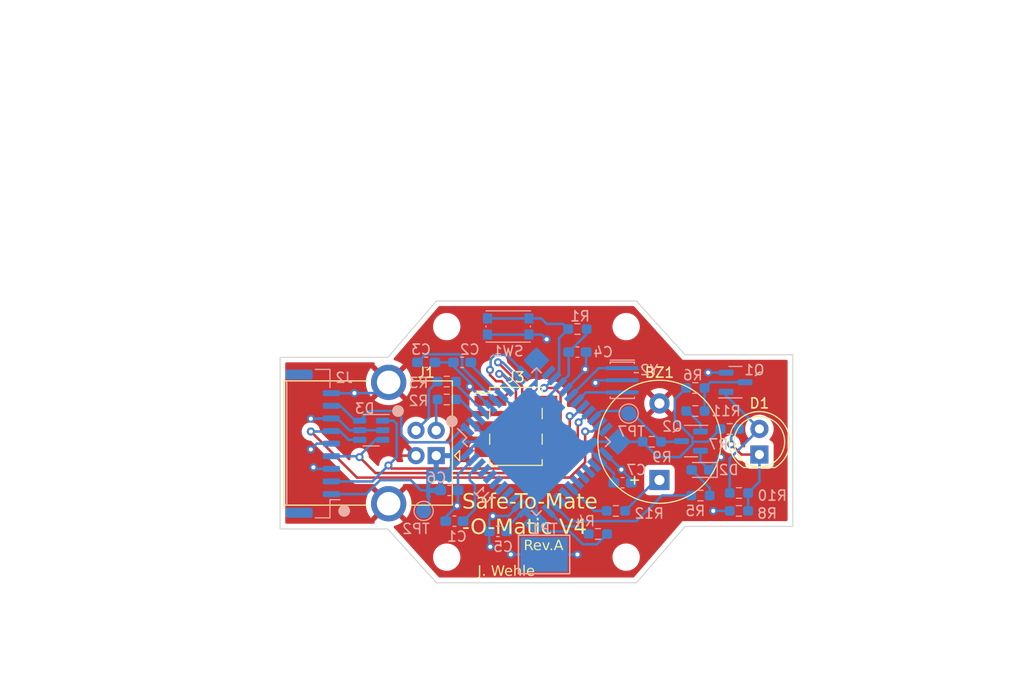
<source format=kicad_pcb>
(kicad_pcb (version 20221018) (generator pcbnew)
  (layers (0 "F.Cu" signal) (31 "B.Cu" signal) (34 "B.Paste" user) (35 "F.Paste" user) (36 "B.SilkS" user "B.Silkscreen") (37 "F.SilkS" user "F.Silkscreen") (38 "B.Mask" user) (39 "F.Mask" user) (44 "Edge.Cuts" user))
  (net 0 "")
  (net 1 "Net-(BZ1--)")
  (net 2 "Net-(U1-PB5)")
  (net 3 "Net-(U1-AREF)")
  (net 4 "GND")
  (net 5 "+5V")
  (net 6 "Net-(U1-UCAP)")
  (net 7 "Net-(U1-XTAL1)")
  (net 8 "Net-(U1-XTAL2)")
  (net 9 "Net-(D1-A)")
  (net 10 "Net-(D2-A)")
  (net 11 "/INT0")
  (net 12 "/INT1")
  (net 13 "/INT3")
  (net 14 "/INT6")
  (net 15 "Net-(J1-D-)")
  (net 16 "Net-(J1-D+)")
  (net 17 "/RX")
  (net 18 "Net-(U1-D-)")
  (net 19 "Net-(U1-D+)")
  (net 20 "Net-(U1-~{HWB}{slash}PE2)")
  (net 21 "Net-(U1-PC7)")
  (net 23 "Net-(D1-K)")
  (net 24 "Net-(Q1-C)")
  (net 25 "Net-(Q2-B)")
  (net 40 "MISO")
  (net 41 "SCK")
  (net 42 "MOSI")
  (net 43 "RESET")
  (footprint "MountingHole:MountingHole_2.2mm_M2" (layer "F.Cu") (at 159.512 94.755)
    (fp_text reference "H4" hide)
    (fp_text value "M2")
    (pad "" np_thru_hole circle (at 0 0) (size 2.2 2.2) (drill 2.2) (layers "*.Cu" "*.Mask"))
  )
  (footprint "LED_THT:LED_D5.0mm_IRGrey" (layer "F.Cu") (at 172.72 84.582 90)
    (fp_text reference "D1" (at 5.08 0 180) (layer "F.SilkS"))
    (fp_text value "SFH203FA")
    (pad "1" thru_hole rect (at 0 0 90) (size 1.8 1.8) (drill 0.9) (layers "*.Cu" "*.Mask") (net 23 "Net-(D1-K)"))
    (pad "2" thru_hole circle (at 2.54 0 90) (size 1.8 1.8) (drill 0.9) (layers "*.Cu" "*.Mask") (net 9 "Net-(D1-A)"))
  )
  (footprint "MountingHole:MountingHole_2.2mm_M2" (layer "F.Cu") (at 159.512 71.895)
    (fp_text reference "H3" hide)
    (fp_text value "M2")
    (pad "" np_thru_hole circle (at 0 0) (size 2.2 2.2) (drill 2.2) (layers "*.Cu" "*.Mask"))
  )
  (footprint "Buzzer_Beeper:Buzzer_12x9.5RM7.6" (layer "F.Cu") (at 162.814 87.112 90)
    (fp_text reference "BZ1" (at 10.658 0 180) (layer "F.SilkS"))
    (fp_text value "WST-1210T")
    (fp_text user "+" (at -0.01 -2.54 90) (layer "F.SilkS"))
    (pad "1" thru_hole rect (at 0 0 90) (size 2 2) (drill 1) (layers "*.Cu" "*.Mask") (net 1 "Net-(BZ1--)"))
    (pad "2" thru_hole circle (at 7.6 0 90) (size 2 2) (drill 1) (layers "*.Cu" "*.Mask") (net 4 "GND"))
  )
  (footprint "Connector_PinHeader_2.54mm:PinHeader_2x03_P2.54mm_Vertical_SMD" (layer "F.Cu") (at 148.59 81.788)
    (fp_text reference "J3" (at 0 -4.87) (layer "F.SilkS"))
    (fp_text value "ICSP Programming Header")
    (pad "1" smd rect (at -2.525 -2.54) (size 3.15 1) (layers "F.Cu" "F.Paste" "F.Mask") (net 40 "MISO"))
    (pad "2" smd rect (at 2.525 -2.54) (size 3.15 1) (layers "F.Cu" "F.Paste" "F.Mask") (net 5 "+5V"))
    (pad "3" smd rect (at -2.525 0) (size 3.15 1) (layers "F.Cu" "F.Paste" "F.Mask") (net 41 "SCK"))
    (pad "4" smd rect (at 2.525 0) (size 3.15 1) (layers "F.Cu" "F.Paste" "F.Mask") (net 42 "MOSI"))
    (pad "5" smd rect (at -2.525 2.54) (size 3.15 1) (layers "F.Cu" "F.Paste" "F.Mask") (net 43 "RESET"))
    (pad "6" smd rect (at 2.525 2.54) (size 3.15 1) (layers "F.Cu" "F.Paste" "F.Mask") (net 4 "GND"))
  )
  (footprint "MountingHole:MountingHole_2.2mm_M2" (layer "F.Cu") (at 141.732 71.895)
    (fp_text reference "H2" hide)
    (fp_text value "M2")
    (pad "" np_thru_hole circle (at 0 0) (size 2.2 2.2) (drill 2.2) (layers "*.Cu" "*.Mask"))
  )
  (footprint "Connector_USB:USB_B_OST_USB-B1HSxx_Horizontal" (layer "F.Cu") (at 140.6895 84.689 180)
    (fp_text reference "J1" (at 0.9895 8.235) (layer "F.SilkS"))
    (fp_text value "USB_B")
    (pad "1" thru_hole rect (at 0 0 180) (size 1.7 1.7) (drill 0.92) (layers "*.Cu" "*.Mask") (net 5 "+5V"))
    (pad "2" thru_hole circle (at 0 2.5 180) (size 1.7 1.7) (drill 0.92) (layers "*.Cu" "*.Mask") (net 15 "Net-(J1-D-)"))
    (pad "3" thru_hole circle (at 2 2.5 180) (size 1.7 1.7) (drill 0.92) (layers "*.Cu" "*.Mask") (net 16 "Net-(J1-D+)"))
    (pad "4" thru_hole circle (at 2 0 180) (size 1.7 1.7) (drill 0.92) (layers "*.Cu" "*.Mask") (net 4 "GND"))
    (pad "5" thru_hole circle (at 4.71 -4.77 180) (size 3.5 3.5) (drill 2.33) (layers "*.Cu" "*.Mask") (net 4 "GND"))
    (pad "5" thru_hole circle (at 4.71 7.27 180) (size 3.5 3.5) (drill 2.33) (layers "*.Cu" "*.Mask") (net 4 "GND"))
  )
  (footprint "MountingHole:MountingHole_2.2mm_M2" (layer "F.Cu") (at 141.732 94.755)
    (fp_text reference "H1" hide)
    (fp_text value "M2")
    (pad "" np_thru_hole circle (at 0 0) (size 2.2 2.2) (drill 2.2) (layers "*.Cu" "*.Mask"))
  )
  (footprint "Crystal:Resonator_SMD_Murata_CSTxExxV-3Pin_3.0x1.1mm_HandSoldering" (layer "B.Cu") (at 159.131 77.216 -90)
    (fp_text reference "Y2" (at -1.016 -2.667 -180) (layer "B.SilkS") (effects (justify mirror)))
    (fp_text value "CSTNE16M0V530000R0")
    (pad "1" smd rect (at -1.2 0 270) (size 0.4 3.2) (layers "B.Cu" "B.Paste" "B.Mask") (net 8 "Net-(U1-XTAL2)"))
    (pad "2" smd rect (at 0 0 270) (size 0.4 3.2) (layers "B.Cu" "B.Paste" "B.Mask") (net 4 "GND"))
    (pad "3" smd rect (at 1.2 0 270) (size 0.4 3.2) (layers "B.Cu" "B.Paste" "B.Mask") (net 7 "Net-(U1-XTAL1)"))
  )
  (footprint "Resistor_SMD:R_0603_1608Metric_Pad0.98x0.95mm_HandSolder" (layer "B.Cu") (at 169.7755 82.042)
    (fp_text reference "R7" (at -1.1195 1.524) (layer "B.SilkS") (effects (justify mirror)))
    (fp_text value "10K")
    (pad "1" smd roundrect (at -0.9125 0) (size 0.975 0.95) (layers "B.Cu" "B.Paste" "B.Mask") (net 5 "+5V"))
    (pad "2" smd roundrect (at 0.9125 0) (size 0.975 0.95) (layers "B.Cu" "B.Paste" "B.Mask") (net 23 "Net-(D1-K)"))
  )
  (footprint "Capacitor_SMD:C_0603_1608Metric_Pad1.08x0.95mm_HandSolder" (layer "B.Cu") (at 154.686 74.422)
    (fp_text reference "C4" (at 2.54 0) (layer "B.SilkS") (effects (justify mirror)))
    (fp_text value "1uF")
    (pad "1" smd roundrect (at -0.8625 0) (size 1.075 0.95) (layers "B.Cu" "B.Paste" "B.Mask") (net 5 "+5V"))
    (pad "2" smd roundrect (at 0.8625 0) (size 1.075 0.95) (layers "B.Cu" "B.Paste" "B.Mask") (net 4 "GND"))
  )
  (footprint "Connector_JST:JST_GH_SM09B-GHS-TB_1x09-1MP_P1.25mm_Horizontal" (layer "B.Cu") (at 128.452 83.499 90)
    (fp_text reference "J2" (at 6.537 3.12 180) (layer "B.SilkS") (effects (justify mirror)))
    (fp_text value "SM09B-GHS-TB")
    (pad "1" smd roundrect (at -5 1.85 90) (size 0.6 1.7) (layers "B.Cu" "B.Paste" "B.Mask") (net 5 "+5V"))
    (pad "2" smd roundrect (at -3.75 1.85 90) (size 0.6 1.7) (layers "B.Cu" "B.Paste" "B.Mask") (net 11 "/INT0"))
    (pad "3" smd roundrect (at -2.5 1.85 90) (size 0.6 1.7) (layers "B.Cu" "B.Paste" "B.Mask") (net 4 "GND"))
    (pad "4" smd roundrect (at -1.25 1.85 90) (size 0.6 1.7) (layers "B.Cu" "B.Paste" "B.Mask") (net 12 "/INT1"))
    (pad "5" smd roundrect (at 0 1.85 90) (size 0.6 1.7) (layers "B.Cu" "B.Paste" "B.Mask") (net 4 "GND"))
    (pad "6" smd roundrect (at 1.25 1.85 90) (size 0.6 1.7) (layers "B.Cu" "B.Paste" "B.Mask") (net 13 "/INT3"))
    (pad "7" smd roundrect (at 2.5 1.85 90) (size 0.6 1.7) (layers "B.Cu" "B.Paste" "B.Mask") (net 4 "GND"))
    (pad "8" smd roundrect (at 3.75 1.85 90) (size 0.6 1.7) (layers "B.Cu" "B.Paste" "B.Mask") (net 14 "/INT6"))
    (pad "9" smd roundrect (at 5 1.85 90) (size 0.6 1.7) (layers "B.Cu" "B.Paste" "B.Mask") (net 4 "GND"))
    (pad "MP" smd roundrect (at -6.85 -1.35 90) (size 1 2.7) (layers "B.Cu" "B.Paste" "B.Mask"))
    (pad "MP" smd roundrect (at 6.85 -1.35 90) (size 1 2.7) (layers "B.Cu" "B.Paste" "B.Mask"))
  )
  (footprint "Package_TO_SOT_SMD:SOT-23" (layer "B.Cu") (at 165.9405 83.246 180)
    (fp_text reference "Q2" (at 1.8565 1.458) (layer "B.SilkS") (effects (justify mirror)))
    (fp_text value "MMBT3904")
    (pad "1" smd roundrect (at -0.9375 0.95 180) (size 1.475 0.6) (layers "B.Cu" "B.Paste" "B.Mask") (net 25 "Net-(Q2-B)"))
    (pad "2" smd roundrect (at -0.9375 -0.95 180) (size 1.475 0.6) (layers "B.Cu" "B.Paste" "B.Mask") (net 4 "GND"))
    (pad "3" smd roundrect (at 0.9375 0 180) (size 1.475 0.6) (layers "B.Cu" "B.Paste" "B.Mask") (net 17 "/RX"))
  )
  (footprint "Resistor_SMD:R_0603_1608Metric_Pad0.98x0.95mm_HandSolder" (layer "B.Cu") (at 156.718 92.456 180)
    (fp_text reference "R4" (at 1.27 1.27) (layer "B.SilkS") (effects (justify mirror)))
    (fp_text value "1K")
    (pad "1" smd roundrect (at -0.9125 0 180) (size 0.975 0.95) (layers "B.Cu" "B.Paste" "B.Mask") (net 5 "+5V"))
    (pad "2" smd roundrect (at 0.9125 0 180) (size 0.975 0.95) (layers "B.Cu" "B.Paste" "B.Mask") (net 20 "Net-(U1-~{HWB}{slash}PE2)"))
  )
  (footprint "Resistor_SMD:R_0603_1608Metric_Pad0.98x0.95mm_HandSolder" (layer "B.Cu") (at 141.732 77.343)
    (fp_text reference "R3" (at -2.794 0.127) (layer "B.SilkS") (effects (justify mirror)))
    (fp_text value "22")
    (pad "1" smd roundrect (at -0.9125 0) (size 0.975 0.95) (layers "B.Cu" "B.Paste" "B.Mask") (net 16 "Net-(J1-D+)"))
    (pad "2" smd roundrect (at 0.9125 0) (size 0.975 0.95) (layers "B.Cu" "B.Paste" "B.Mask") (net 19 "Net-(U1-D+)"))
  )
  (footprint "Capacitor_SMD:C_0603_1608Metric_Pad1.08x0.95mm_HandSolder" (layer "B.Cu") (at 159.1575 87.376)
    (fp_text reference "C7" (at 1.3705 -1.27) (layer "B.SilkS") (effects (justify mirror)))
    (fp_text value "1uF")
    (pad "1" smd roundrect (at -0.8625 0) (size 1.075 0.95) (layers "B.Cu" "B.Paste" "B.Mask") (net 5 "+5V"))
    (pad "2" smd roundrect (at 0.8625 0) (size 1.075 0.95) (layers "B.Cu" "B.Paste" "B.Mask") (net 4 "GND"))
  )
  (footprint "Resistor_SMD:R_0603_1608Metric_Pad0.98x0.95mm_HandSolder" (layer "B.Cu") (at 166.37 80.264)
    (fp_text reference "R11" (at 3.048 0) (layer "B.SilkS") (effects (justify mirror)))
    (fp_text value "10K")
    (pad "1" smd roundrect (at -0.9125 0) (size 0.975 0.95) (layers "B.Cu" "B.Paste" "B.Mask") (net 25 "Net-(Q2-B)"))
    (pad "2" smd roundrect (at 0.9125 0) (size 0.975 0.95) (layers "B.Cu" "B.Paste" "B.Mask") (net 24 "Net-(Q1-C)"))
  )
  (footprint "Resistor_SMD:R_0603_1608Metric_Pad0.98x0.95mm_HandSolder" (layer "B.Cu") (at 170.688 88.392 180)
    (fp_text reference "R10" (at -3.302 -0.254) (layer "B.SilkS") (effects (justify mirror)))
    (fp_text value "10K")
    (pad "1" smd roundrect (at -0.9125 0 180) (size 0.975 0.95) (layers "B.Cu" "B.Paste" "B.Mask") (net 23 "Net-(D1-K)"))
    (pad "2" smd roundrect (at 0.9125 0 180) (size 0.975 0.95) (layers "B.Cu" "B.Paste" "B.Mask") (net 9 "Net-(D1-A)"))
  )
  (footprint "Resistor_SMD:R_0603_1608Metric_Pad0.98x0.95mm_HandSolder" (layer "B.Cu") (at 166.37 77.978)
    (fp_text reference "R6" (at -0.254 -1.27) (layer "B.SilkS") (effects (justify mirror)))
    (fp_text value "1K")
    (pad "1" smd roundrect (at -0.9125 0) (size 0.975 0.95) (layers "B.Cu" "B.Paste" "B.Mask") (net 5 "+5V"))
    (pad "2" smd roundrect (at 0.9125 0) (size 0.975 0.95) (layers "B.Cu" "B.Paste" "B.Mask") (net 24 "Net-(Q1-C)"))
  )
  (footprint "Jarrett_Footprint_Library:TestPoint_Keystone_5016_Compact" (layer "B.Cu") (at 151.384 94.488 180)
    (fp_text reference "TP1" (at 0 2.54) (layer "B.SilkS") (effects (justify mirror)))
    (fp_text value "5016")
    (pad "1" smd rect (at 0 0 180) (size 4.699 3.429) (layers "B.Cu" "B.Paste" "B.Mask") (net 4 "GND"))
  )
  (footprint "Resistor_SMD:R_0603_1608Metric_Pad0.98x0.95mm_HandSolder" (layer "B.Cu") (at 154.686 72.136 180)
    (fp_text reference "R1" (at -0.254 1.27) (layer "B.SilkS") (effects (justify mirror)))
    (fp_text value "1K")
    (pad "1" smd roundrect (at -0.9125 0 180) (size 0.975 0.95) (layers "B.Cu" "B.Paste" "B.Mask") (net 5 "+5V"))
    (pad "2" smd roundrect (at 0.9125 0 180) (size 0.975 0.95) (layers "B.Cu" "B.Paste" "B.Mask") (net 43 "RESET"))
  )
  (footprint "Capacitor_SMD:C_0603_1608Metric_Pad1.08x0.95mm_HandSolder" (layer "B.Cu") (at 142.494 91.186 180)
    (fp_text reference "C1" (at -0.254 -1.524) (layer "B.SilkS") (effects (justify mirror)))
    (fp_text value "1uF")
    (pad "1" smd roundrect (at -0.8625 0 180) (size 1.075 0.95) (layers "B.Cu" "B.Paste" "B.Mask") (net 3 "Net-(U1-AREF)"))
    (pad "2" smd roundrect (at 0.8625 0 180) (size 1.075 0.95) (layers "B.Cu" "B.Paste" "B.Mask") (net 4 "GND"))
  )
  (footprint "Package_QFP:TQFP-44_10x10mm_P0.8mm" (layer "B.Cu") (at 150.622 83.312 -45)
    (fp_text reference "U1" (at 0 7.45 135) (layer "B.SilkS") (effects (justify mirror)))
    (fp_text value "ATmega32U4-A")
    (pad "1" smd rect (at -5.7 4 315) (size 1.5 0.55) (layers "B.Cu" "B.Paste" "B.Mask") (net 14 "/INT6"))
    (pad "2" smd rect (at -5.7 3.2 315) (size 1.5 0.55) (layers "B.Cu" "B.Paste" "B.Mask") (net 5 "+5V"))
    (pad "3" smd rect (at -5.7 2.4 315) (size 1.5 0.55) (layers "B.Cu" "B.Paste" "B.Mask") (net 18 "Net-(U1-D-)"))
    (pad "4" smd rect (at -5.7 1.6 315) (size 1.5 0.55) (layers "B.Cu" "B.Paste" "B.Mask") (net 19 "Net-(U1-D+)"))
    (pad "5" smd rect (at -5.7 0.8 315) (size 1.5 0.55) (layers "B.Cu" "B.Paste" "B.Mask") (net 4 "GND"))
    (pad "6" smd rect (at -5.7 0 315) (size 1.5 0.55) (layers "B.Cu" "B.Paste" "B.Mask") (net 6 "Net-(U1-UCAP)"))
    (pad "7" smd rect (at -5.7 -0.8 315) (size 1.5 0.55) (layers "B.Cu" "B.Paste" "B.Mask") (net 5 "+5V"))
    (pad "8" smd rect (at -5.7 -1.6 315) (size 1.5 0.55) (layers "B.Cu" "B.Paste" "B.Mask"))
    (pad "9" smd rect (at -5.7 -2.4 315) (size 1.5 0.55) (layers "B.Cu" "B.Paste" "B.Mask") (net 41 "SCK"))
    (pad "10" smd rect (at -5.7 -3.2 315) (size 1.5 0.55) (layers "B.Cu" "B.Paste" "B.Mask") (net 42 "MOSI"))
    (pad "11" smd rect (at -5.7 -4 315) (size 1.5 0.55) (layers "B.Cu" "B.Paste" "B.Mask") (net 40 "MISO"))
    (pad "12" smd rect (at -4 -5.7 225) (size 1.5 0.55) (layers "B.Cu" "B.Paste" "B.Mask"))
    (pad "13" smd rect (at -3.2 -5.7 225) (size 1.5 0.55) (layers "B.Cu" "B.Paste" "B.Mask") (net 43 "RESET"))
    (pad "14" smd rect (at -2.4 -5.7 225) (size 1.5 0.55) (layers "B.Cu" "B.Paste" "B.Mask") (net 5 "+5V"))
    (pad "15" smd rect (at -1.6 -5.7 225) (size 1.5 0.55) (layers "B.Cu" "B.Paste" "B.Mask") (net 4 "GND"))
    (pad "16" smd rect (at -0.8 -5.7 225) (size 1.5 0.55) (layers "B.Cu" "B.Paste" "B.Mask") (net 8 "Net-(U1-XTAL2)"))
    (pad "17" smd rect (at 0 -5.7 225) (size 1.5 0.55) (layers "B.Cu" "B.Paste" "B.Mask") (net 7 "Net-(U1-XTAL1)"))
    (pad "18" smd rect (at 0.8 -5.7 225) (size 1.5 0.55) (layers "B.Cu" "B.Paste" "B.Mask") (net 11 "/INT0"))
    (pad "19" smd rect (at 1.6 -5.7 225) (size 1.5 0.55) (layers "B.Cu" "B.Paste" "B.Mask") (net 12 "/INT1"))
    (pad "20" smd rect (at 2.4 -5.7 225) (size 1.5 0.55) (layers "B.Cu" "B.Paste" "B.Mask") (net 17 "/RX"))
    (pad "21" smd rect (at 3.2 -5.7 225) (size 1.5 0.55) (layers "B.Cu" "B.Paste" "B.Mask") (net 13 "/INT3"))
    (pad "22" smd rect (at 4 -5.7 225) (size 1.5 0.55) (layers "B.Cu" "B.Paste" "B.Mask"))
    (pad "23" smd rect (at 5.7 -4 315) (size 1.5 0.55) (layers "B.Cu" "B.Paste" "B.Mask") (net 4 "GND"))
    (pad "24" smd rect (at 5.7 -3.2 315) (size 1.5 0.55) (layers "B.Cu" "B.Paste" "B.Mask") (net 5 "+5V"))
    (pad "25" smd rect (at 5.7 -2.4 315) (size 1.5 0.55) (layers "B.Cu" "B.Paste" "B.Mask"))
    (pad "26" smd rect (at 5.7 -1.6 315) (size 1.5 0.55) (layers "B.Cu" "B.Paste" "B.Mask"))
    (pad "27" smd rect (at 5.7 -0.8 315) (size 1.5 0.55) (layers "B.Cu" "B.Paste" "B.Mask"))
    (pad "28" smd rect (at 5.7 0 315) (size 1.5 0.55) (layers "B.Cu" "B.Paste" "B.Mask"))
    (pad "29" smd rect (at 5.7 0.8 315) (size 1.5 0.55) (layers "B.Cu" "B.Paste" "B.Mask") (net 2 "Net-(U1-PB5)"))
    (pad "30" smd rect (at 5.7 1.6 315) (size 1.5 0.55) (layers "B.Cu" "B.Paste" "B.Mask"))
    (pad "31" smd rect (at 5.7 2.4 315) (size 1.5 0.55) (layers "B.Cu" "B.Paste" "B.Mask"))
    (pad "32" smd rect (at 5.7 3.2 315) (size 1.5 0.55) (layers "B.Cu" "B.Paste" "B.Mask") (net 21 "Net-(U1-PC7)"))
    (pad "33" smd rect (at 5.7 4 315) (size 1.5 0.55) (layers "B.Cu" "B.Paste" "B.Mask") (net 20 "Net-(U1-~{HWB}{slash}PE2)"))
    (pad "34" smd rect (at 4 5.7 225) (size 1.5 0.55) (layers "B.Cu" "B.Paste" "B.Mask") (net 5 "+5V"))
    (pad "35" smd rect (at 3.2 5.7 225) (size 1.5 0.55) (layers "B.Cu" "B.Paste" "B.Mask") (net 4 "GND"))
    (pad "36" smd rect (at 2.4 5.7 225) (size 1.5 0.55) (layers "B.Cu" "B.Paste" "B.Mask"))
    (pad "37" smd rect (at 1.6 5.7 225) (size 1.5 0.55) (layers "B.Cu" "B.Paste" "B.Mask"))
    (pad "38" smd rect (at 0.8 5.7 225) (size 1.5 0.55) (layers "B.Cu" "B.Paste" "B.Mask"))
    (pad "39" smd rect (at 0 5.7 225) (size 1.5 0.55) (layers "B.Cu" "B.Paste" "B.Mask"))
    (pad "40" smd rect (at -0.8 5.7 225) (size 1.5 0.55) (layers "B.Cu" "B.Paste" "B.Mask"))
    (pad "41" smd rect (at -1.6 5.7 225) (size 1.5 0.55) (layers "B.Cu" "B.Paste" "B.Mask"))
    (pad "42" smd rect (at -2.4 5.7 225) (size 1.5 0.55) (layers "B.Cu" "B.Paste" "B.Mask") (net 3 "Net-(U1-AREF)"))
    (pad "43" smd rect (at -3.2 5.7 225) (size 1.5 0.55) (layers "B.Cu" "B.Paste" "B.Mask") (net 4 "GND"))
    (pad "44" smd rect (at -4 5.7 225) (size 1.5 0.55) (layers "B.Cu" "B.Paste" "B.Mask") (net 5 "+5V"))
  )
  (footprint "Resistor_SMD:R_0603_1608Metric_Pad0.98x0.95mm_HandSolder" (layer "B.Cu") (at 162.052 83.312)
    (fp_text reference "R9" (at 1.016 1.524) (layer "B.SilkS") (effects (justify mirror)))
    (fp_text value "1K")
    (pad "1" smd roundrect (at -0.9125 0) (size 0.975 0.95) (layers "B.Cu" "B.Paste" "B.Mask") (net 5 "+5V"))
    (pad "2" smd roundrect (at 0.9125 0) (size 0.975 0.95) (layers "B.Cu" "B.Paste" "B.Mask") (net 17 "/RX"))
  )
  (footprint "TestPoint:TestPoint_Pad_D1.5mm" (layer "B.Cu") (at 139.446 90.17 180)
    (fp_text reference "TP2" (at 0.762 -1.778) (layer "B.SilkS") (effects (justify mirror)))
    (fp_text value "D1.5mm")
    (pad "1" smd circle (at 0 0 180) (size 1.5 1.5) (layers "B.Cu" "B.Mask") (net 5 "+5V"))
  )
  (footprint "Resistor_SMD:R_0603_1608Metric_Pad0.98x0.95mm_HandSolder" (layer "B.Cu") (at 141.732 79.121)
    (fp_text reference "R2" (at -2.794 0.127) (layer "B.SilkS") (effects (justify mirror)))
    (fp_text value "22")
    (pad "1" smd roundrect (at -0.9125 0) (size 0.975 0.95) (layers "B.Cu" "B.Paste" "B.Mask") (net 15 "Net-(J1-D-)"))
    (pad "2" smd roundrect (at 0.9125 0) (size 0.975 0.95) (layers "B.Cu" "B.Paste" "B.Mask") (net 18 "Net-(U1-D-)"))
  )
  (footprint "LED_SMD:LED_0603_1608Metric_Pad1.05x0.95mm_HandSolder" (layer "B.Cu") (at 166.878 86.106 180)
    (fp_text reference "D2" (at -2.794 0) (layer "B.SilkS") (effects (justify mirror)))
    (fp_text value "GREEN LED")
    (pad "1" smd roundrect (at -0.875 0 180) (size 1.05 0.95) (layers "B.Cu" "B.Paste" "B.Mask") (net 4 "GND"))
    (pad "2" smd roundrect (at 0.875 0 180) (size 1.05 0.95) (layers "B.Cu" "B.Paste" "B.Mask") (net 10 "Net-(D2-A)"))
  )
  (footprint "Capacitor_SMD:C_0603_1608Metric_Pad1.08x0.95mm_HandSolder" (layer "B.Cu") (at 139.7 75.438)
    (fp_text reference "C3" (at -0.508 -1.27) (layer "B.SilkS") (effects (justify mirror)))
    (fp_text value "1uF")
    (pad "1" smd roundrect (at -0.8625 0) (size 1.075 0.95) (layers "B.Cu" "B.Paste" "B.Mask") (net 6 "Net-(U1-UCAP)"))
    (pad "2" smd roundrect (at 0.8625 0) (size 1.075 0.95) (layers "B.Cu" "B.Paste" "B.Mask") (net 4 "GND"))
  )
  (footprint "Capacitor_SMD:C_0603_1608Metric_Pad1.08x0.95mm_HandSolder" (layer "B.Cu") (at 146.812 92.202 180)
    (fp_text reference "C5" (at -0.508 -1.524) (layer "B.SilkS") (effects (justify mirror)))
    (fp_text value "1uF")
    (pad "1" smd roundrect (at -0.8625 0 180) (size 1.075 0.95) (layers "B.Cu" "B.Paste" "B.Mask") (net 5 "+5V"))
    (pad "2" smd roundrect (at 0.8625 0 180) (size 1.075 0.95) (layers "B.Cu" "B.Paste" "B.Mask") (net 4 "GND"))
  )
  (footprint "Package_TO_SOT_SMD:SOT-23-6" (layer "B.Cu") (at 134.2445 82.169 180)
    (fp_text reference "D3" (at 0.6405 2.159) (layer "B.SilkS") (effects (justify mirror)))
    (fp_text value "ESDA6V1BC6")
    (pad "1" smd roundrect (at -1.1375 0.95 180) (size 1.325 0.6) (layers "B.Cu" "B.Paste" "B.Mask") (net 11 "/INT0"))
    (pad "2" smd roundrect (at -1.1375 0 180) (size 1.325 0.6) (layers "B.Cu" "B.Paste" "B.Mask") (net 4 "GND"))
    (pad "3" smd roundrect (at -1.1375 -0.95 180) (size 1.325 0.6) (layers "B.Cu" "B.Paste" "B.Mask") (net 12 "/INT1"))
    (pad "4" smd roundrect (at 1.1375 -0.95 180) (size 1.325 0.6) (layers "B.Cu" "B.Paste" "B.Mask") (net 13 "/INT3"))
    (pad "5" smd roundrect (at 1.1375 0 180) (size 1.325 0.6) (layers "B.Cu" "B.Paste" "B.Mask") (net 4 "GND"))
    (pad "6" smd roundrect (at 1.1375 0.95 180) (size 1.325 0.6) (layers "B.Cu" "B.Paste" "B.Mask") (net 14 "/INT6"))
  )
  (footprint "TestPoint:TestPoint_Pad_D1.5mm" (layer "B.Cu") (at 159.766 80.518 180)
    (fp_text reference "TP7" (at -0.254 -1.778) (layer "B.SilkS") (effects (justify mirror)))
    (fp_text value "D1.5mm")
    (pad "1" smd circle (at 0 0 180) (size 1.5 1.5) (layers "B.Cu" "B.Mask") (net 17 "/RX"))
  )
  (footprint "Resistor_SMD:R_0603_1608Metric_Pad0.98x0.95mm_HandSolder" (layer "B.Cu") (at 166.878 88.646 180)
    (fp_text reference "R5" (at 0.508 -1.524) (layer "B.SilkS") (effects (justify mirror)))
    (fp_text value "1K")
    (pad "1" smd roundrect (at -0.9125 0 180) (size 0.975 0.95) (layers "B.Cu" "B.Paste" "B.Mask") (net 10 "Net-(D2-A)"))
    (pad "2" smd roundrect (at 0.9125 0 180) (size 0.975 0.95) (layers "B.Cu" "B.Paste" "B.Mask") (net 21 "Net-(U1-PC7)"))
  )
  (footprint "Resistor_SMD:R_0603_1608Metric_Pad0.98x0.95mm_HandSolder" (layer "B.Cu") (at 170.688 90.17 180)
    (fp_text reference "R8" (at -2.794 -0.254) (layer "B.SilkS") (effects (justify mirror)))
    (fp_text value "1K")
    (pad "1" smd roundrect (at -0.9125 0 180) (size 0.975 0.95) (layers "B.Cu" "B.Paste" "B.Mask") (net 23 "Net-(D1-K)"))
    (pad "2" smd roundrect (at 0.9125 0 180) (size 0.975 0.95) (layers "B.Cu" "B.Paste" "B.Mask") (net 4 "GND"))
  )
  (footprint "Resistor_SMD:R_0603_1608Metric_Pad0.98x0.95mm_HandSolder" (layer "B.Cu") (at 158.496 90.17 180)
    (fp_text reference "R12" (at -3.302 -0.254) (layer "B.SilkS") (effects (justify mirror)))
    (fp_text value "1K")
    (pad "1" smd roundrect (at -0.9125 0 180) (size 0.975 0.95) (layers "B.Cu" "B.Paste" "B.Mask") (net 1 "Net-(BZ1--)"))
    (pad "2" smd roundrect (at 0.9125 0 180) (size 0.975 0.95) (layers "B.Cu" "B.Paste" "B.Mask") (net 2 "Net-(U1-PB5)"))
  )
  (footprint "Capacitor_SMD:C_0603_1608Metric_Pad1.08x0.95mm_HandSolder" (layer "B.Cu") (at 143.256 75.438 180)
    (fp_text reference "C2" (at -0.762 1.27) (layer "B.SilkS") (effects (justify mirror)))
    (fp_text value "1uF")
    (pad "1" smd roundrect (at -0.8625 0 180) (size 1.075 0.95) (layers "B.Cu" "B.Paste" "B.Mask") (net 5 "+5V"))
    (pad "2" smd roundrect (at 0.8625 0 180) (size 1.075 0.95) (layers "B.Cu" "B.Paste" "B.Mask") (net 4 "GND"))
  )
  (footprint "Package_TO_SOT_SMD:SOT-23" (layer "B.Cu") (at 170.3555 77.404)
    (fp_text reference "Q1" (at 1.8565 -1.204) (layer "B.SilkS") (effects (justify mirror)))
    (fp_text value "MMBT3904")
    (pad "1" smd roundrect (at -0.9375 0.95) (size 1.475 0.6) (layers "B.Cu" "B.Paste" "B.Mask") (net 9 "Net-(D1-A)"))
    (pad "2" smd roundrect (at -0.9375 -0.95) (size 1.475 0.6) (layers "B.Cu" "B.Paste" "B.Mask") (net 4 "GND"))
    (pad "3" smd roundrect (at 0.9375 0) (size 1.475 0.6) (layers "B.Cu" "B.Paste" "B.Mask") (net 24 "Net-(Q1-C)"))
  )
  (footprint "Capacitor_SMD:C_0603_1608Metric_Pad1.08x0.95mm_HandSolder" (layer "B.Cu") (at 141.986 88.138)
    (fp_text reference "C6" (at -1.27 -1.27) (layer "B.SilkS") (effects (justify mirror)))
    (fp_text value "1uF")
    (pad "1" smd roundrect (at -0.8625 0) (size 1.075 0.95) (layers "B.Cu" "B.Paste" "B.Mask") (net 5 "+5V"))
    (pad "2" smd roundrect (at 0.8625 0) (size 1.075 0.95) (layers "B.Cu" "B.Paste" "B.Mask") (net 4 "GND"))
  )
  (footprint "Button_Switch_SMD:SW_Push_1P1T_NO_CK_KMR2" (layer "B.Cu") (at 147.828 71.882)
    (fp_text reference "SW1" (at 0 2.45) (layer "B.SilkS") (effects (justify mirror)))
    (fp_text value "KMR2")
    (pad "1" smd rect (at -2.05 0.8) (size 0.9 1) (layers "B.Cu" "B.Paste" "B.Mask") (net 4 "GND"))
    (pad "1" smd rect (at 2.05 0.8) (size 0.9 1) (layers "B.Cu" "B.Paste" "B.Mask") (net 4 "GND"))
    (pad "2" smd rect (at -2.05 -0.8) (size 0.9 1) (layers "B.Cu" "B.Paste" "B.Mask") (net 43 "RESET"))
    (pad "2" smd rect (at 2.05 -0.8) (size 0.9 1) (layers "B.Cu" "B.Paste" "B.Mask") (net 43 "RESET"))
  )
  (gr_circle (center 136.906 80.264) (end 137.414 80.264) (stroke (width 0.15)) (fill solid) (layer "B.SilkS"))
  (gr_circle (center 131.572 90.17) (end 132.08 90.17) (stroke (width 0.15)) (fill solid) (layer "B.SilkS"))
  (gr_circle (center 142.24 81.28) (end 142.748 81.28) (stroke (width 0.15)) (fill solid) (layer "B.SilkS"))
  (gr_line (start 176.022 74.689) (end 165.354 74.689) (stroke (width 0.1)) (layer "Edge.Cuts"))
  (gr_line (start 125.222 74.943) (end 125.222 91.961) (stroke (width 0.1)) (layer "Edge.Cuts"))
  (gr_line (start 176.022 91.707) (end 165.354 91.707) (stroke (width 0.1)) (layer "Edge.Cuts"))
  (gr_line (start 160.528 97.295) (end 150.622 97.295) (stroke (width 0.1)) (layer "Edge.Cuts"))
  (gr_line (start 165.354 91.707) (end 160.528 97.295) (stroke (width 0.1)) (layer "Edge.Cuts"))
  (gr_line (start 135.89 74.943) (end 140.716 69.355) (stroke (width 0.1)) (layer "Edge.Cuts"))
  (gr_line (start 165.354 74.689) (end 160.528 69.355) (stroke (width 0.1)) (layer "Edge.Cuts"))
  (gr_line (start 176.022 91.707) (end 176.022 74.689) (stroke (width 0.1)) (layer "Edge.Cuts"))
  (gr_line (start 125.222 91.961) (end 135.89 91.961) (stroke (width 0.1)) (layer "Edge.Cuts"))
  (gr_line (start 140.716 97.295) (end 150.622 97.295) (stroke (width 0.1)) (layer "Edge.Cuts"))
  (gr_line (start 125.222 74.943) (end 135.89 74.943) (stroke (width 0.1)) (layer "Edge.Cuts"))
  (gr_line (start 160.528 69.355) (end 150.622 69.355) (stroke (width 0.1)) (layer "Edge.Cuts"))
  (gr_line (start 140.716 69.355) (end 150.622 69.355) (stroke (width 0.1)) (layer "Edge.Cuts"))
  (gr_line (start 135.89 91.961) (end 140.716 97.295) (stroke (width 0.1)) (layer "Edge.Cuts"))
  (gr_text "Safe-To-Mate\n-O-Matic V4" (at 143.256 92.71) (layer "F.SilkS") (effects (font (size 1.5 1.5) (thickness 0.1875)) (justify left bottom)))
  (gr_text "J. Wehle" (at 144.78 96.774) (layer "F.SilkS") (effects (font (size 1.016 1.016) (thickness 0.1875)) (justify left bottom)))
  (gr_text "Rev.A" (at 149.352 94.234) (layer "F.SilkS") (effects (font (size 1.016 1.016) (thickness 0.1875)) (justify left bottom)))
  (segment (start 162.4665 87.112) (end 162.814 87.112) (width 0.25) (layer "B.Cu") (net 1))
  (segment (start 159.4085 90.17) (end 162.4665 87.112) (width 0.25) (layer "B.Cu") (net 1))
  (segment (start 157.5835 90.17) (end 156.348629 90.17) (width 0.25) (layer "B.Cu") (net 2))
  (segment (start 156.348629 90.17) (end 154.086823 87.908194) (width 0.25) (layer "B.Cu") (net 2))
  (segment (start 157.5035 90.297) (end 157.5035 90.2635) (width 0.25) (layer "B.Cu") (net 2))
  (segment (start 144.526 87.63) (end 144.018 87.122) (width 0.25) (layer "B.Cu") (net 3))
  (segment (start 144.526 90.0165) (end 144.526 87.63) (width 0.25) (layer "B.Cu") (net 3))
  (segment (start 144.018 87.122) (end 144.018 86.521887) (width 0.25) (layer "B.Cu") (net 3))
  (segment (start 144.018 86.521887) (end 144.894435 85.645452) (width 0.25) (layer "B.Cu") (net 3))
  (segment (start 143.3565 91.186) (end 144.526 90.0165) (width 0.25) (layer "B.Cu") (net 3))
  (segment (start 138.6895 84.689) (end 136.9114 84.689) (width 0.25) (layer "F.Cu") (net 4))
  (segment (start 151.115 84.328) (end 151.13 84.328) (width 0.25) (layer "F.Cu") (net 4))
  (segment (start 138.6895 84.689) (end 137.5665 83.566) (width 0.25) (layer "F.Cu") (net 4))
  (via (at 128.27 84.074) (size 0.8) (drill 0.4) (layers "F.Cu" "B.Cu") (net 4))
  (via (at 128.27 81.026) (size 0.8) (drill 0.4) (layers "F.Cu" "B.Cu") (net 4))
  (via (at 154.686 94.488) (size 0.8) (drill 0.4) (layers "F.Cu" "B.Cu") (net 4))
  (via (at 128.524 85.852) (size 0.8) (drill 0.4) (layers "F.Cu" "B.Cu") (net 4))
  (via (at 146.05 93.726) (size 0.8) (drill 0.4) (layers "F.Cu" "B.Cu") (net 4))
  (via (at 155.448 76.122758) (size 0.8) (drill 0.4) (layers "F.Cu" "B.Cu") (net 4))
  (via (at 132.588 78.486) (size 0.8) (drill 0.4) (layers "F.Cu" "B.Cu") (net 4))
  (via (at 148.082 94.488) (size 0.8) (drill 0.4) (layers "F.Cu" "B.Cu") (net 4))
  (via (at 168.148 90.17) (size 0.8) (drill 0.4) (layers "F.Cu" "B.Cu") (net 4))
  (via (at 142.748 89.662) (size 0.8) (drill 0.4) (layers "F.Cu" "B.Cu") (net 4))
  (via (at 144.018 77.839371) (size 0.8) (drill 0.4) (layers "F.Cu" "B.Cu") (net 4))
  (via (at 146.304 90.678) (size 0.8) (drill 0.4) (layers "F.Cu" "B.Cu") (net 4))
  (via (at 151.638 73.152) (size 0.8) (drill 0.4) (layers "F.Cu" "B.Cu") (net 4))
  (via (at 156.464 77.47) (size 0.8) (drill 0.4) (layers "F.Cu" "B.Cu") (net 4))
  (via (at 168.91 84.836) (size 0.8) (drill 0.4) (layers "F.Cu" "B.Cu") (net 4))
  (via (at 167.64 76.454) (size 0.8) (drill 0.4) (layers "F.Cu" "B.Cu") (net 4))
  (via (at 159.038427 86.071573) (size 0.8) (drill 0.4) (layers "F.Cu" "B.Cu") (net 4))
  (segment (start 142.8485 86.560017) (end 144.32875 85.079767) (width 0.25) (layer "B.Cu") (net 4))
  (segment (start 130.302 80.999) (end 128.297 80.999) (width 0.25) (layer "B.Cu") (net 4))
  (segment (start 157.480936 84.514082) (end 157.666082 84.514082) (width 0.25) (layer "B.Cu") (net 4))
  (segment (start 128.27 81.026) (end 130.275 81.026) (width 0.25) (layer "B.Cu") (net 4))
  (segment (start 130.275 81.026) (end 130.302 80.999) (width 0.25) (layer "B.Cu") (net 4))
  (segment (start 132.588 78.486) (end 134.9125 78.486) (width 0.25) (layer "B.Cu") (net 4))
  (segment (start 169.7755 90.17) (end 168.148 90.17) (width 0.25) (layer "B.Cu") (net 4))
  (segment (start 153.521138 78.15012) (end 155.448 76.223258) (width 0.25) (layer "B.Cu") (net 4))
  (segment (start 141.6315 91.186) (end 141.6315 90.7785) (width 0.25) (layer "B.Cu") (net 4))
  (segment (start 160.02 87.376) (end 160.02 87.053146) (width 0.25) (layer "B.Cu") (net 4))
  (segment (start 166.878 84.196) (end 166.878 85.231) (width 0.25) (layer "B.Cu") (net 4))
  (segment (start 149.878 72.682) (end 151.168 72.682) (width 0.25) (layer "B.Cu") (net 4))
  (segment (start 155.5485 76.022258) (end 155.448 76.122758) (width 0.25) (layer "B.Cu") (net 4))
  (segment (start 134.9125 78.486) (end 135.9795 77.419) (width 0.25) (layer "B.Cu") (net 4))
  (segment (start 145.778 72.682) (end 149.878 72.682) (width 0.25) (layer "B.Cu") (net 4))
  (segment (start 140.5625 75.438) (end 142.3935 75.438) (width 0.25) (layer "B.Cu") (net 4))
  (segment (start 142.3935 75.809005) (end 144.018 77.433505) (width 0.25) (layer "B.Cu") (net 4))
  (segment (start 142.8485 88.138) (end 142.8485 86.560017) (width 0.25) (layer "B.Cu") (net 4))
  (segment (start 142.3935 75.438) (end 142.3935 75.809005) (width 0.25) (layer "B.Cu") (net 4))
  (segment (start 130.302 78.499) (end 132.575 78.499) (width 0.25) (layer "B.Cu") (net 4))
  (segment (start 155.5485 74.422) (end 155.5485 76.022258) (width 0.25) (layer "B.Cu") (net 4))
  (segment (start 130.302 85.999) (end 128.671 85.999) (width 0.25) (layer "B.Cu") (net 4))
  (segment (start 160.02 87.053146) (end 159.038427 86.071573) (width 0.25) (layer "B.Cu") (net 4))
  (segment (start 155.448 76.223258) (end 155.448 76.122758) (width 0.25) (layer "B.Cu") (net 4))
  (segment (start 147.828 90.678) (end 146.304 90.678) (width 0.25) (layer "B.Cu") (net 4))
  (segment (start 145.9495 92.202) (end 145.9495 93.6255) (width 0.25) (layer "B.Cu") (net 4))
  (segment (start 156.718 77.216) (end 156.464 77.47) (width 0.25) (layer "B.Cu") (net 4))
  (segment (start 159.038427 86.071573) (end 157.480936 84.514082) (width 0.25) (layer "B.Cu") (net 4))
  (segment (start 145.9495 91.0325) (end 146.304 90.678) (width 0.25) (layer "B.Cu") (net 4))
  (segment (start 166.878 85.231) (end 167.753 86.106) (width 0.25) (layer "B.Cu") (net 4))
  (segment (start 146.025806 79.847177) (end 144.018 77.839371) (width 0.25) (layer "B.Cu") (net 4))
  (segment (start 132.575 78.499) (end 132.588 78.486) (width 0.25) (layer "B.Cu") (net 4))
  (segment (start 159.131 77.216) (end 160.518 77.216) (width 0.25) (layer "B.Cu") (net 4))
  (segment (start 135.382 82.169) (end 132.072749 82.169) (width 0.25) (layer "B.Cu") (net 4))
  (segment (start 128.845 83.499) (end 128.27 84.074) (width 0.25) (layer "B.Cu") (net 4))
  (segment (start 148.854233 89.651767) (end 147.828 90.678) (width 0.25) (layer "B.Cu") (net 4))
  (segment (start 167.753 85.993) (end 168.91 84.836) (width 0.25) (layer "B.Cu") (net 4))
  (segment (start 169.418 76.454) (end 167.64 76.454) (width 0.25) (layer "B.Cu") (net 4))
  (segment (start 151.168 72.682) (end 151.638 73.152) (width 0.25) (layer "B.Cu") (net 4))
  (segment (start 132.072749 82.169) (end 130.902749 80.999) (width 0.25) (layer "B.Cu") (net 4))
  (segment (start 159.131 77.216) (end 156.718 77.216) (width 0.25) (layer "B.Cu") (net 4))
  (segment (start 144.018 77.433505) (end 144.018 77.839371) (width 0.25) (layer "B.Cu") (net 4))
  (segment (start 128.297 80.999) (end 128.27 81.026) (width 0.25) (layer "B.Cu") (net 4))
  (segment (start 145.9495 92.202) (end 145.9495 91.0325) (width 0.25) (layer "B.Cu") (net 4))
  (segment (start 151.384 94.488) (end 154.686 94.488) (width 0.25) (layer "B.Cu") (net 4))
  (segment (start 142.8485 88.138) (end 142.8485 89.5615) (width 0.25) (layer "B.Cu") (net 4))
  (segment (start 130.902749 80.999) (end 130.302 80.999) (width 0.25) (layer "B.Cu") (net 4))
  (segment (start 151.384 94.488) (end 148.082 94.488) (width 0.25) (layer "B.Cu") (net 4))
  (segment (start 142.8485 89.5615) (end 142.748 89.662) (width 0.25) (layer "B.Cu") (net 4))
  (segment (start 145.9495 93.6255) (end 146.05 93.726) (width 0.25) (layer "B.Cu") (net 4))
  (segment (start 141.6315 90.7785) (end 142.748 89.662) (width 0.25) (layer "B.Cu") (net 4))
  (segment (start 148.854233 89.60525) (end 148.854233 89.651767) (width 0.25) (layer "B.Cu") (net 4))
  (segment (start 130.302 83.499) (end 128.845 83.499) (width 0.25) (layer "B.Cu") (net 4))
  (segment (start 167.753 86.106) (end 167.753 85.993) (width 0.25) (layer "B.Cu") (net 4))
  (segment (start 128.671 85.999) (end 128.524 85.852) (width 0.25) (layer "B.Cu") (net 4))
  (segment (start 150.368 78.501) (end 150.368 77.978) (width 0.25) (layer "F.Cu") (net 5))
  (segment (start 151.115 79.248) (end 150.368 78.501) (width 0.25) (layer "F.Cu") (net 5))
  (via (at 150.368 77.978) (size 0.8) (drill 0.4) (layers "F.Cu" "B.Cu") (net 5))
  (segment (start 150.622 77.724) (end 150.368 77.978) (width 0.25) (layer "B.Cu") (net 5))
  (segment (start 150.368 74.93) (end 150.622 75.184) (width 0.25) (layer "B.Cu") (net 5))
  (segment (start 139.954 89.662) (end 139.954 88.138) (width 0.25) (layer "B.Cu") (net 5))
  (segment (start 130.302 88.499) (end 133.752396 88.499) (width 0.25) (layer "B.Cu") (net 5))
  (segment (start 145.288 82.503483) (end 145.288 83.312) (width 0.25) (layer "B.Cu") (net 5))
  (segment (start 139.446 90.17) (end 139.954 89.662) (width 0.25) (layer "B.Cu") (net 5))
  (segment (start 166.093749 82.927498) (end 164.338 81.171749) (width 0.25) (layer "B.Cu") (net 5))
  (segment (start 164.822251 84.836) (end 166.093749 83.564502) (width 0.25) (layer "B.Cu") (net 5))
  (segment (start 133.752396 88.499) (end 135.129396 87.122) (width 0.25) (layer "B.Cu") (net 5))
  (segment (start 138.176 87.122) (end 139.192 88.138) (width 0.25) (layer "B.Cu") (net 5))
  (segment (start 156.91525 85.079767) (end 155.655483 83.82) (width 0.25) (layer "B.Cu") (net 5))
  (segment (start 150.622 90.17) (end 150.622 88.9) (width 0.25) (layer "B.Cu") (net 5))
  (segment (start 150.622 75.184) (end 150.622 77.724) (width 0.25) (layer "B.Cu") (net 5))
  (segment (start 135.129396 87.122) (end 138.176 87.122) (width 0.25) (layer "B.Cu") (net 5))
  (segment (start 152.955452 77.584435) (end 153.8235 76.716387) (width 0.25) (layer "B.Cu") (net 5))
  (segment (start 145.288 83.312) (end 143.002 83.312) (width 0.25) (layer "B.Cu") (net 5))
  (segment (start 161.1395 83.312) (end 156.464 83.312) (width 0.25) (layer "B.Cu") (net 5))
  (segment (start 155.5985 72.136) (end 155.5985 72.647) (width 0.25) (layer "B.Cu") (net 5))
  (segment (start 151.638 92.202) (end 150.876 91.44) (width 0.25) (layer "B.Cu") (net 5))
  (segment (start 155.655483 83.82) (end 154.94 83.82) (width 0.25) (layer "B.Cu") (net 5))
  (segment (start 149.351064 90.170936) (end 147.6745 91.8475) (width 0.25) (layer "B.Cu") (net 5))
  (segment (start 164.338 79.0975) (end 164.338 81.026) (width 0.25) (layer "B.Cu") (net 5))
  (segment (start 156.6145 93.472) (end 155.194 93.472) (width 0.25) (layer "B.Cu") (net 5))
  (segment (start 147.6745 91.8475) (end 147.6745 92.202) (width 0.25) (layer "B.Cu") (net 5))
  (segment (start 144.32875 81.544233) (end 145.288 82.503483) (width 0.25) (layer "B.Cu") (net 5))
  (segment (start 165.4575 77.978) (end 164.338 79.0975) (width 0.25) (layer "B.Cu") (net 5))
  (segment (start 153.924 92.202) (end 152.146 92.202) (width 0.25) (layer "B.Cu") (net 5))
  (segment (start 149.419918 90.170936) (end 150.621064 90.170936) (width 0.25) (layer "B.Cu") (net 5))
  (segment (start 147.157177 78.715806) (end 144.1185 75.677129) (width 0.25) (layer "B.Cu") (net 5))
  (segment (start 152.955452 77.584435) (end 152.955452 77.676548) (width 0.25) (layer "B.Cu") (net 5))
  (segment (start 168.863 82.042) (end 167.593 83.312) (width 0.25) (layer "B.Cu") (net 5))
  (segment (start 139.954 88.138) (end 141.1235 88.138) (width 0.25) (layer "B.Cu") (net 5))
  (segment (start 144.1185 75.677129) (end 144.1185 75.438) (width 0.25) (layer "B.Cu") (net 5))
  (segment (start 152.955452 77.676548) (end 151.638 78.994) (width 0.25) (layer "B.Cu") (net 5))
  (segment (start 155.5985 72.647) (end 153.8235 74.422) (width 0.25) (layer "B.Cu") (net 5))
  (segment (start 147.157177 78.715806) (end 148.451371 80.01) (width 0.25) (layer "B.Cu") (net 5))
  (segment (start 158.295 86.459517) (end 158.295 87.376) (width 0.25) (layer "B.Cu") (net 5))
  (segment (start 157.6305 92.456) (end 156.6145 93.472) (width 0.25) (layer "B.Cu") (net 5))
  (segment (start 161.1395 83.312) (end 162.6635 84.836) (width 0.25) (layer "B.Cu") (net 5))
  (segment (start 139.192 88.138) (end 139.954 88.138) (width 0.25) (layer "B.Cu") (net 5))
  (segment (start 154.432 92.71) (end 153.924 92.202) (width 0.25) (layer "B.Cu") (net 5))
  (segment (start 150.621064 90.170936) (end 150.622 90.17) (width 0.25) (layer "B.Cu") (net 5))
  (segment (start 153.8235 76.716387) (end 153.8235 74.422) (width 0.25) (layer "B.Cu") (net 5))
  (segment (start 166.093749 83.312) (end 166.093749 82.927498) (width 0.25) (layer "B.Cu") (net 5))
  (segment (start 155.194 93.472) (end 154.432 92.71) (width 0.25) (layer "B.Cu") (net 5))
  (segment (start 148.451371 80.01) (end 148.844 80.01) (width 0.25) (layer "B.Cu") (net 5))
  (segment (start 162.6635 84.836) (end 164.822251 84.836) (width 0.25) (layer "B.Cu") (net 5))
  (segment (start 149.419918 90.170936) (end 149.351064 90.170936) (width 0.25) (layer "B.Cu") (net 5))
  (segment (start 164.338 81.171749) (end 164.338 81.026) (width 0.25) (layer "B.Cu") (net 5))
  (segment (start 152.146 92.202) (end 151.638 92.202) (width 0.25) (layer "B.Cu") (net 5))
  (segment (start 166.093749 83.564502) (end 166.093749 83.312) (width 0.25) (layer "B.Cu") (net 5))
  (segment (start 167.593 83.312) (end 166.093749 83.312) (width 0.25) (layer "B.Cu") (net 5))
  (segment (start 156.91525 85.079767) (end 158.295 86.459517) (width 0.25) (layer "B.Cu") (net 5))
  (segment (start 143.256 75.946) (end 143.256 74.93) (width 0.25) (layer "B.Cu") (net 6))
  (segment (start 139.6375 74.638) (end 138.8375 75.438) (width 0.25) (layer "B.Cu") (net 6))
  (segment (start 143.256 74.93) (end 142.964 74.638) (width 0.25) (layer "B.Cu") (net 6))
  (segment (start 146.591491 79.281491) (end 143.256 75.946) (width 0.25) (layer "B.Cu") (net 6))
  (segment (start 142.964 74.638) (end 139.6375 74.638) (width 0.25) (layer "B.Cu") (net 6))
  (segment (start 159.131 78.416) (end 155.518 78.416) (width 0.25) (layer "B.Cu") (net 7))
  (segment (start 155.518 78.416) (end 154.652509 79.281491) (width 0.25) (layer "B.Cu") (net 7))
  (segment (start 154.086823 78.715806) (end 156.786629 76.016) (width 0.25) (layer "B.Cu") (net 8))
  (segment (start 156.786629 76.016) (end 159.131 76.016) (width 0.25) (layer "B.Cu") (net 8))
  (segment (start 169.418 78.354) (end 169.418 78.74) (width 0.25) (layer "B.Cu") (net 9))
  (segment (start 169.7755 88.392) (end 169.7755 84.9865) (width 0.25) (layer "B.Cu") (net 9))
  (segment (start 169.7755 84.9865) (end 172.72 82.042) (width 0.25) (layer "B.Cu") (net 9))
  (segment (start 169.418 78.74) (end 172.72 82.042) (width 0.25) (layer "B.Cu") (net 9))
  (segment (start 167.7905 88.646) (end 167.7905 87.8935) (width 0.25) (layer "B.Cu") (net 10))
  (segment (start 167.7905 87.8935) (end 166.003 86.106) (width 0.25) (layer "B.Cu") (net 10))
  (segment (start 153.924 85.344) (end 153.3 85.968) (width 0.25) (layer "F.Cu") (net 11))
  (segment (start 153.924 80.772) (end 153.924 85.344) (width 0.25) (layer "F.Cu") (net 11))
  (segment (start 136.26 85.968) (end 135.9535 85.6615) (width 0.25) (layer "F.Cu") (net 11))
  (segment (start 153.3 85.968) (end 136.26 85.968) (width 0.25) (layer "F.Cu") (net 11))
  (via (at 135.9535 85.6615) (size 0.8) (drill 0.4) (layers "F.Cu" "B.Cu") (net 11))
  (via (at 153.924 80.772) (size 0.8) (drill 0.4) (layers "F.Cu" "B.Cu") (net 11))
  (segment (start 136.464 81.219) (end 136.779 81.534) (width 0.25) (layer "B.Cu") (net 11))
  (segment (start 135.9535 85.6615) (end 134.366 87.249) (width 0.25) (layer "B.Cu") (net 11))
  (segment (start 154.293371 80.772) (end 155.218194 79.847177) (width 0.25) (layer "B.Cu") (net 11))
  (segment (start 134.366 87.249) (end 130.302 87.249) (width 0.25) (layer "B.Cu") (net 11))
  (segment (start 136.779 81.534) (end 136.779 84.836) (width 0.25) (layer "B.Cu") (net 11))
  (segment (start 135.382 81.219) (end 136.464 81.219) (width 0.25) (layer "B.Cu") (net 11))
  (segment (start 153.924 80.772) (end 154.293371 80.772) (width 0.25) (layer "B.Cu") (net 11))
  (segment (start 136.779 84.836) (end 135.9535 85.6615) (width 0.25) (layer "B.Cu") (net 11))
  (segment (start 154.801371 81.395371) (end 154.723 81.473742) (width 0.25) (layer "F.Cu") (net 12))
  (segment (start 153.486396 86.418) (end 134.678 86.418) (width 0.25) (layer "F.Cu") (net 12))
  (segment (start 154.723 81.473742) (end 154.723 85.181396) (width 0.25) (layer "F.Cu") (net 12))
  (segment (start 154.723 85.181396) (end 153.486396 86.418) (width 0.25) (layer "F.Cu") (net 12))
  (segment (start 134.678 86.418) (end 133.096 84.836) (width 0.25) (layer "F.Cu") (net 12))
  (via (at 154.801371 81.395371) (size 0.8) (drill 0.4) (layers "F.Cu" "B.Cu") (net 12))
  (via (at 133.096 84.836) (size 0.8) (drill 0.4) (layers "F.Cu" "B.Cu") (net 12))
  (segment (start 133.056 84.749) (end 134.686 83.119) (width 0.25) (layer "B.Cu") (net 12))
  (segment (start 134.686 83.119) (end 135.382 83.119) (width 0.25) (layer "B.Cu") (net 12))
  (segment (start 154.801371 81.395371) (end 155.78388 80.412862) (width 0.25) (layer "B.Cu") (net 12))
  (segment (start 130.302 84.749) (end 133.056 84.749) (width 0.25) (layer "B.Cu") (net 12))
  (segment (start 155.448 82.296) (end 155.448 85.344) (width 0.25) (layer "F.Cu") (net 13))
  (segment (start 153.924 86.868) (end 132.842 86.868) (width 0.25) (layer "F.Cu") (net 13))
  (segment (start 132.842 86.868) (end 128.27 82.296) (width 0.25) (layer "F.Cu") (net 13))
  (segment (start 155.448 85.344) (end 153.924 86.868) (width 0.25) (layer "F.Cu") (net 13))
  (via (at 128.27 82.296) (size 0.8) (drill 0.4) (layers "F.Cu" "B.Cu") (net 13))
  (via (at 155.448 82.296) (size 0.8) (drill 0.4) (layers "F.Cu" "B.Cu") (net 13))
  (segment (start 155.448 82.296) (end 156.163483 82.296) (width 0.25) (layer "B.Cu") (net 13))
  (segment (start 130.255 82.296) (end 130.302 82.249) (width 0.25) (layer "B.Cu") (net 13))
  (segment (start 133.107 83.119) (end 132.014 83.119) (width 0.25) (layer "B.Cu") (net 13))
  (segment (start 132.014 83.119) (end 131.144 82.249) (width 0.25) (layer "B.Cu") (net 13))
  (segment (start 156.163483 82.296) (end 156.91525 81.544233) (width 0.25) (layer "B.Cu") (net 13))
  (segment (start 131.144 82.249) (end 130.302 82.249) (width 0.25) (layer "B.Cu") (net 13))
  (segment (start 128.27 82.296) (end 130.255 82.296) (width 0.25) (layer "B.Cu") (net 13))
  (segment (start 133.107 81.219) (end 134.062 80.264) (width 0.25) (layer "B.Cu") (net 14))
  (segment (start 141.934 83.364) (end 143.188082 82.109918) (width 0.25) (layer "B.Cu") (net 14))
  (segment (start 136.652 80.264) (end 137.229 80.841) (width 0.25) (layer "B.Cu") (net 14))
  (segment (start 137.229 82.619) (end 137.974 83.364) (width 0.25) (layer "B.Cu") (net 14))
  (segment (start 133.107 81.219) (end 132.654 81.219) (width 0.25) (layer "B.Cu") (net 14))
  (segment (start 137.229 80.841) (end 137.229 82.619) (width 0.25) (layer "B.Cu") (net 14))
  (segment (start 134.062 80.264) (end 136.652 80.264) (width 0.25) (layer "B.Cu") (net 14))
  (segment (start 132.654 81.219) (end 131.184 79.749) (width 0.25) (layer "B.Cu") (net 14))
  (segment (start 137.974 83.364) (end 141.934 83.364) (width 0.25) (layer "B.Cu") (net 14))
  (segment (start 143.188082 82.109918) (end 143.763064 82.109918) (width 0.25) (layer "B.Cu") (net 14))
  (segment (start 131.184 79.749) (end 130.302 79.749) (width 0.25) (layer "B.Cu") (net 14))
  (segment (start 140.6895 82.189) (end 140.6895 79.251) (width 0.25) (layer "B.Cu") (net 15))
  (segment (start 140.6895 79.251) (end 140.8195 79.121) (width 0.25) (layer "B.Cu") (net 15))
  (segment (start 138.6895 82.189) (end 139.954 80.9245) (width 0.25) (layer "B.Cu") (net 16))
  (segment (start 139.954 80.9245) (end 139.954 78.2085) (width 0.25) (layer "B.Cu") (net 16))
  (segment (start 139.954 78.2085) (end 140.8195 77.343) (width 0.25) (layer "B.Cu") (net 16))
  (segment (start 162.9645 83.312) (end 159.9165 80.264) (width 0.25) (layer "B.Cu") (net 17))
  (segment (start 157.064113 80.264) (end 156.349565 80.978548) (width 0.25) (layer "B.Cu") (net 17))
  (segment (start 162.9645 83.312) (end 164.937 83.312) (width 0.25) (layer "B.Cu") (net 17))
  (segment (start 164.937 83.312) (end 165.003 83.246) (width 0.25) (layer "B.Cu") (net 17))
  (segment (start 159.9165 80.264) (end 157.064113 80.264) (width 0.25) (layer "B.Cu") (net 17))
  (segment (start 143.036887 79.121) (end 144.894435 80.978548) (width 0.25) (layer "B.Cu") (net 18))
  (segment (start 142.6445 79.121) (end 143.036887 79.121) (width 0.25) (layer "B.Cu") (net 18))
  (segment (start 145.46012 80.412862) (end 142.6445 77.597242) (width 0.25) (layer "B.Cu") (net 19))
  (segment (start 142.6445 77.597242) (end 142.6445 77.343) (width 0.25) (layer "B.Cu") (net 19))
  (segment (start 151.824082 90.170936) (end 153.347146 91.694) (width 0.25) (layer "B.Cu") (net 20))
  (segment (start 155.448 92.456) (end 155.8055 92.456) (width 0.25) (layer "B.Cu") (net 20))
  (segment (start 153.347146 91.694) (end 154.686 91.694) (width 0.25) (layer "B.Cu") (net 20))
  (segment (start 154.686 91.694) (end 155.448 92.456) (width 0.25) (layer "B.Cu") (net 20))
  (segment (start 163.068 88.646) (end 160.528 91.186) (width 0.25) (layer "B.Cu") (net 21))
  (segment (start 165.9655 88.646) (end 163.068 88.646) (width 0.25) (layer "B.Cu") (net 21))
  (segment (start 160.528 91.186) (end 153.970517 91.186) (width 0.25) (layer "B.Cu") (net 21))
  (segment (start 153.970517 91.186) (end 152.389767 89.60525) (width 0.25) (layer "B.Cu") (net 21))
  (segment (start 170.942 84.582) (end 169.926 83.566) (width 0.25) (layer "F.Cu") (net 23))
  (segment (start 172.72 84.582) (end 170.942 84.582) (width 0.25) (layer "F.Cu") (net 23))
  (via (at 169.926 83.566) (size 0.8) (drill 0.4) (layers "F.Cu" "B.Cu") (net 23))
  (segment (start 169.926 83.566) (end 169.926 82.804) (width 0.25) (layer "B.Cu") (net 23))
  (segment (start 171.6005 88.392) (end 172.72 87.2725) (width 0.25) (layer "B.Cu") (net 23))
  (segment (start 171.6005 90.17) (end 171.6005 88.392) (width 0.25) (layer "B.Cu") (net 23))
  (segment (start 172.72 87.2725) (end 172.72 84.582) (width 0.25) (layer "B.Cu") (net 23))
  (segment (start 169.926 82.804) (end 170.688 82.042) (width 0.25) (layer "B.Cu") (net 23))
  (segment (start 167.2825 80.264) (end 167.2825 77.978) (width 0.25) (layer "B.Cu") (net 24))
  (segment (start 167.2825 77.978) (end 167.8565 77.404) (width 0.25) (layer "B.Cu") (net 24))
  (segment (start 167.8565 77.404) (end 171.293 77.404) (width 0.25) (layer "B.Cu") (net 24))
  (segment (start 165.608 80.264) (end 165.4575 80.264) (width 0.25) (layer "B.Cu") (net 25))
  (segment (start 166.878 82.296) (end 166.878 81.534) (width 0.25) (layer "B.Cu") (net 25))
  (segment (start 166.878 81.534) (end 165.608 80.264) (width 0.25) (layer "B.Cu") (net 25))
  (segment (start 147.066 79.248) (end 146.065 79.248) (width 0.25) (layer "F.Cu") (net 40))
  (segment (start 147.828 78.486) (end 147.066 79.248) (width 0.25) (layer "F.Cu") (net 40))
  (segment (start 147.828 77.978) (end 147.828 78.486) (width 0.25) (layer "F.Cu") (net 40))
  (segment (start 146.018332 76.694235) (end 146.634396 77.310299) (width 0.25) (layer "F.Cu") (net 40))
  (segment (start 146.018332 76.186208) (end 146.018332 76.694235) (width 0.25) (layer "F.Cu") (net 40))
  (segment (start 146.634396 77.310299) (end 147.160299 77.310299) (width 0.25) (layer "F.Cu") (net 40))
  (segment (start 147.160299 77.310299) (end 147.828 77.978) (width 0.25) (layer "F.Cu") (net 40))
  (via (at 146.018332 76.186208) (size 0.8) (drill 0.4) (layers "F.Cu" "B.Cu") (net 40))
  (segment (start 147.679854 74.713) (end 149.419918 76.453064) (width 0.25) (layer "B.Cu") (net 40))
  (segment (start 146.018332 76.186208) (end 146.087 76.254876) (width 0.25) (layer "B.Cu") (net 40))
  (segment (start 146.087 75.137695) (end 146.511695 74.713) (width 0.25) (layer "B.Cu") (net 40))
  (segment (start 146.511695 74.713) (end 147.679854 74.713) (width 0.25) (layer "B.Cu") (net 40))
  (segment (start 146.087 76.254876) (end 146.087 75.137695) (width 0.25) (layer "B.Cu") (net 40))
  (segment (start 148.59 77.978) (end 148.59 80.518) (width 0.25) (layer "F.Cu") (net 41))
  (segment (start 147.197299 76.585299) (end 148.59 77.978) (width 0.25) (layer "F.Cu") (net 41))
  (segment (start 148.59 80.518) (end 147.32 81.788) (width 0.25) (layer "F.Cu") (net 41))
  (segment (start 147.32 81.788) (end 146.065 81.788) (width 0.25) (layer "F.Cu") (net 41))
  (segment (start 146.934701 76.585299) (end 147.197299 76.585299) (width 0.25) (layer "F.Cu") (net 41))
  (via (at 146.934701 76.585299) (size 0.8) (drill 0.4) (layers "F.Cu" "B.Cu") (net 41))
  (segment (start 147.289412 76.585299) (end 148.288548 77.584435) (width 0.25) (layer "B.Cu") (net 41))
  (segment (start 146.934701 76.585299) (end 147.289412 76.585299) (width 0.25) (layer "B.Cu") (net 41))
  (segment (start 149.215 77.841) (end 149.215 80.889) (width 0.25) (layer "F.Cu") (net 42))
  (segment (start 146.812 75.438) (end 149.215 77.841) (width 0.25) (layer "F.Cu") (net 42))
  (segment (start 149.215 80.889) (end 150.114 81.788) (width 0.25) (layer "F.Cu") (net 42))
  (segment (start 150.114 81.788) (end 151.115 81.788) (width 0.25) (layer "F.Cu") (net 42))
  (via (at 146.812 75.438) (size 0.8) (drill 0.4) (layers "F.Cu" "B.Cu") (net 42))
  (segment (start 146.812 75.438) (end 147.273483 75.438) (width 0.25) (layer "B.Cu") (net 42))
  (segment (start 147.273483 75.438) (end 148.854233 77.01875) (width 0.25) (layer "B.Cu") (net 42))
  (segment (start 148.854233 77.01875) (end 148.082 76.246517) (width 0.25) (layer "B.Cu") (net 42))
  (segment (start 146.065 85.105) (end 146.478 85.518) (width 0.25) (layer "F.Cu") (net 43))
  (segment (start 146.065 84.328) (end 146.065 85.105) (width 0.25) (layer "F.Cu") (net 43))
  (segment (start 146.478 85.518) (end 152.65 85.518) (width 0.25) (layer "F.Cu") (net 43))
  (segment (start 152.4 77.978) (end 151.384 77.978) (width 0.25) (layer "F.Cu") (net 43))
  (segment (start 152.65 85.518) (end 153.015 85.153) (width 0.25) (layer "F.Cu") (net 43))
  (segment (start 153.015 78.593) (end 152.4 77.978) (width 0.25) (layer "F.Cu") (net 43))
  (segment (start 153.015 85.153) (end 153.015 78.593) (width 0.25) (layer "F.Cu") (net 43))
  (via (at 151.384 77.978) (size 0.8) (drill 0.4) (layers "F.Cu" "B.Cu") (net 43))
  (segment (start 151.384 77.978) (end 151.430517 77.978) (width 0.25) (layer "B.Cu") (net 43))
  (segment (start 151.092 71.082) (end 149.878 71.082) (width 0.25) (layer "B.Cu") (net 43))
  (segment (start 149.878 71.082) (end 145.778 71.082) (width 0.25) (layer "B.Cu") (net 43))
  (segment (start 152.389767 77.01875) (end 152.873866 76.534651) (width 0.25) (layer "B.Cu") (net 43))
  (segment (start 153.2655 71.628) (end 153.7735 72.136) (width 0.25) (layer "B.Cu") (net 43))
  (segment (start 152.873866 73.035634) (end 153.7735 72.136) (width 0.25) (layer "B.Cu") (net 43))
  (segment (start 152.873866 76.534651) (end 152.873866 73.035634) (width 0.25) (layer "B.Cu") (net 43))
  (segment (start 151.638 71.628) (end 151.092 71.082) (width 0.25) (layer "B.Cu") (net 43))
  (segment (start 151.638 71.628) (end 153.2655 71.628) (width 0.25) (layer "B.Cu") (net 43))
  (segment (start 151.430517 77.978) (end 152.389767 77.01875) (width 0.25) (layer "B.Cu") (net 43))
  (zone (net 4) (net_name "GND") (layer "F.Cu") (connect_pads (clearance 0.508)) (min_thickness 0.254) (fill yes (thermal_gap 0.508) (thermal_bridge_width 0.508))
    (polygon (pts (xy 125.73 75.438) (xy 125.73 91.44) (xy 136.144 91.44) (xy 140.97 96.774) (xy 160.274 96.774) (xy 165.1 91.186) (xy 175.514 91.186) (xy 175.514 75.184) (xy 165.1 75.184) (xy 160.274 69.85) (xy 140.97 69.85) (xy 136.144 75.438)))
  )
  (zone (net 5) (net_name "+5V") (layer "B.Cu") (priority 1) (connect_pads (clearance 0.508)) (min_thickness 0.254) (fill yes (thermal_gap 0.508) (thermal_bridge_width 0.508))
    (polygon (pts (xy 160.02 83.312) (xy 150.622 73.914) (xy 141.224 83.312) (xy 139.7 83.312) (xy 139.7 88.9) (xy 146.812 88.9) (xy 150.622 92.71)))
  )
)
</source>
